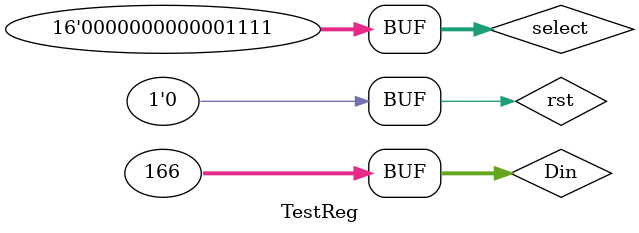
<source format=v>
`timescale 1ns / 1ps


module TestReg;

	// Inputs
	reg [15:0] select;
	reg [31:0] Din;
	reg rst;

	// Outputs
	wire [31:0] q0;
	wire [31:0] q1;
	wire [31:0] q2;
	wire [31:0] q3;
	wire [31:0] q4;
	wire [31:0] q5;
	wire [31:0] q6;
	wire [31:0] q7;
	wire [31:0] q8;
	wire [31:0] q9;
	wire [31:0] q10;
	wire [31:0] q11;
	wire [31:0] q12;
	wire [31:0] q13;
	wire [31:0] q14;
	wire [31:0] q15;

	// Instantiate the Unit Under Test (UUT)
	Registers uut (
		.select(select), 
		.Din(Din), 
		.rst(rst), 
		.q0(q0), 
		.q1(q1), 
		.q2(q2), 
		.q3(q3), 
		.q4(q4), 
		.q5(q5), 
		.q6(q6), 
		.q7(q7), 
		.q8(q8), 
		.q9(q9), 
		.q10(q10), 
		.q11(q11), 
		.q12(q12), 
		.q13(q13), 
		.q14(q14), 
		.q15(q15)
	);

	initial begin
		// Initialize Inputs
		select = 0;
		Din = 0;
		rst = 0;

		// Wait 100 ns for global reset to finish
		#100;
      #5 select = 0;
		#5 Din = 10;
		#5 select = 1;
		#5 Din = 11;
		#5 select = 2;
		#5 Din = 12;
		#5 select = 3;
		#5 Din = 13;
		#5 select = 4;
		#5 Din = 14;
		#5 select = 5;
		#5 Din = 15;    
		#5 select = 6;
		#5 Din = 16;
		#5 select = 7;
		#5 Din = 17;
      #5 select = 8;
		#5 Din = 18;
		#5 select = 9;
		#5 Din = 19;
		#5 select = 010;
		#5 Din = 111;
		#5 select = 11;
		#5 Din = 122;
		#5 select = 12;
		#5 Din = 133;
		#5 select = 013;
		#5 Din = 144;
		#5 select = 014;
		#5 Din = 155;
		#5 select = 015;
		#5 Din = 166;

		
		// Add stimulus here

	end
      
endmodule


</source>
